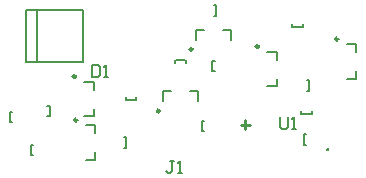
<source format=gto>
G04 Layer_Color=65535*
%FSAX24Y24*%
%MOIN*%
G70*
G01*
G75*
%ADD17C,0.0100*%
%ADD24C,0.0098*%
%ADD25C,0.0079*%
%ADD26C,0.0060*%
%ADD27C,0.0080*%
D17*
X101367Y045077D02*
G03*
X101367Y045077I-000012J000000D01*
G01*
X098460Y045900D02*
X098760D01*
X098610Y045750D02*
Y046050D01*
D24*
X101716Y048748D02*
G03*
X101716Y048748I-000049J000000D01*
G01*
X092966Y047498D02*
G03*
X092966Y047498I-000049J000000D01*
G01*
X093016Y046048D02*
G03*
X093016Y046048I-000049J000000D01*
G01*
X095761Y046356D02*
G03*
X095761Y046356I-000049J000000D01*
G01*
X096861Y048406D02*
G03*
X096861Y048406I-000049J000000D01*
G01*
X099066Y048498D02*
G03*
X099066Y048498I-000049J000000D01*
G01*
D25*
X102316Y047425D02*
Y047685D01*
X101995Y047425D02*
X102316D01*
Y048315D02*
Y048575D01*
X101995D02*
X102316D01*
X093566Y046175D02*
Y046435D01*
X093245Y046175D02*
X093566D01*
Y047065D02*
Y047325D01*
X093245D02*
X093566D01*
X093616Y044725D02*
Y044985D01*
X093295Y044725D02*
X093616D01*
Y045615D02*
Y045875D01*
X093295D02*
X093616D01*
X096775Y047006D02*
X097035D01*
Y046685D02*
Y047006D01*
X095885D02*
X096145D01*
X095885Y046685D02*
Y047006D01*
X096303Y048039D02*
X096617D01*
X097875Y049056D02*
X098135D01*
Y048735D02*
Y049056D01*
X096985D02*
X097245D01*
X096985Y048735D02*
Y049056D01*
X099666Y047175D02*
Y047435D01*
X099345Y047175D02*
X099666D01*
Y048065D02*
Y048325D01*
X099345D02*
X099666D01*
X100503Y046263D02*
X100817D01*
X100203Y049161D02*
X100517D01*
X094653Y046726D02*
X094967D01*
X091669Y047984D02*
Y049716D01*
X091315Y047984D02*
X093205D01*
X091315D02*
Y049716D01*
X093205D01*
Y047984D02*
Y049716D01*
X100571Y045243D02*
Y045557D01*
X100749Y047043D02*
Y047357D01*
X097649Y049543D02*
Y049857D01*
X097521Y047693D02*
Y048007D01*
X097171Y045693D02*
Y046007D01*
X091471Y044893D02*
Y045207D01*
X094649Y045143D02*
Y045457D01*
X092099Y046193D02*
Y046507D01*
X090771Y045993D02*
Y046307D01*
D26*
X096283Y047957D02*
Y048039D01*
X096637Y047957D02*
Y048039D01*
X100837Y046263D02*
Y046345D01*
X100483Y046263D02*
Y046345D01*
X100537Y049161D02*
Y049243D01*
X100183Y049161D02*
Y049243D01*
X094987Y046726D02*
Y046808D01*
X094633Y046726D02*
Y046808D01*
X100571Y045223D02*
X100653D01*
X100571Y045577D02*
X100653D01*
X100667Y047377D02*
X100749D01*
X100667Y047023D02*
X100749D01*
X097567Y049877D02*
X097649D01*
X097567Y049523D02*
X097649D01*
X097521Y047673D02*
X097603D01*
X097521Y048027D02*
X097603D01*
X097171Y045673D02*
X097253D01*
X097171Y046027D02*
X097253D01*
X091471Y044873D02*
X091553D01*
X091471Y045227D02*
X091553D01*
X094567Y045477D02*
X094649D01*
X094567Y045123D02*
X094649D01*
X092017Y046527D02*
X092099D01*
X092017Y046173D02*
X092099D01*
X090771Y045973D02*
X090853D01*
X090771Y046327D02*
X090853D01*
D27*
X099760Y046150D02*
Y045817D01*
X099827Y045750D01*
X099960D01*
X100027Y045817D01*
Y046150D01*
X100160Y045750D02*
X100293D01*
X100227D01*
Y046150D01*
X100160Y046083D01*
X096227Y044700D02*
X096093D01*
X096160D01*
Y044367D01*
X096093Y044300D01*
X096027D01*
X095960Y044367D01*
X096360Y044300D02*
X096493D01*
X096427D01*
Y044700D01*
X096360Y044633D01*
X093510Y047900D02*
Y047500D01*
X093710D01*
X093777Y047567D01*
Y047833D01*
X093710Y047900D01*
X093510D01*
X093910Y047500D02*
X094043D01*
X093977D01*
Y047900D01*
X093910Y047833D01*
M02*

</source>
